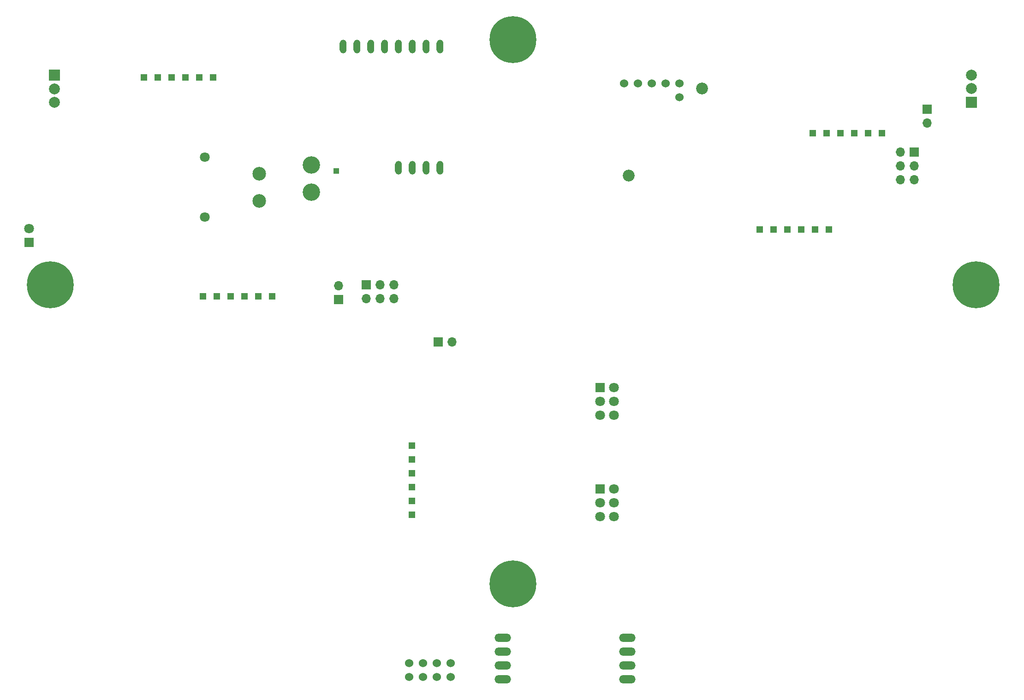
<source format=gbs>
%TF.GenerationSoftware,KiCad,Pcbnew,8.0.3*%
%TF.CreationDate,2024-07-01T16:21:36+02:00*%
%TF.ProjectId,bottomPCB,626f7474-6f6d-4504-9342-2e6b69636164,rev?*%
%TF.SameCoordinates,Original*%
%TF.FileFunction,Soldermask,Bot*%
%TF.FilePolarity,Negative*%
%FSLAX46Y46*%
G04 Gerber Fmt 4.6, Leading zero omitted, Abs format (unit mm)*
G04 Created by KiCad (PCBNEW 8.0.3) date 2024-07-01 16:21:36*
%MOMM*%
%LPD*%
G01*
G04 APERTURE LIST*
%ADD10R,1.308000X1.308000*%
%ADD11C,8.600000*%
%ADD12O,3.016000X1.508000*%
%ADD13R,1.700000X1.700000*%
%ADD14O,1.700000X1.700000*%
%ADD15R,2.000000X2.000000*%
%ADD16C,2.000000*%
%ADD17C,3.200000*%
%ADD18C,2.180000*%
%ADD19C,1.530000*%
%ADD20R,1.800000X1.800000*%
%ADD21C,1.800000*%
%ADD22O,1.270000X2.540000*%
%ADD23R,1.108000X1.108000*%
%ADD24C,2.500000*%
%ADD25C,1.524003*%
G04 APERTURE END LIST*
D10*
%TO.C,ESCON-V4*%
X-47574800Y13121400D03*
X-50114800Y13121400D03*
X-52654800Y13121400D03*
X-55194800Y13121400D03*
X-45034800Y13121400D03*
X-57734800Y13121400D03*
%TD*%
D11*
%TO.C,H2*%
X-75000000Y-25000000D03*
%TD*%
D12*
%TO.C,Taster_LED1*%
X8070000Y-89865000D03*
X8070000Y-92405000D03*
X8070000Y-94945000D03*
X8070000Y-97485000D03*
X30930000Y-97485000D03*
X30930000Y-94945000D03*
X30930000Y-92405000D03*
X30930000Y-89865000D03*
%TD*%
D13*
%TO.C,J4*%
X83600000Y-600000D03*
D14*
X81060000Y-600000D03*
X83600000Y-3140000D03*
X81060000Y-3140000D03*
X83600000Y-5679999D03*
X81060000Y-5680000D03*
%TD*%
D11*
%TO.C,H1*%
X10000000Y20000000D03*
%TD*%
%TO.C,H3*%
X95000000Y-25000000D03*
%TD*%
D10*
%TO.C,ESCON-V3*%
X-44425200Y-27121400D03*
X-41885200Y-27121400D03*
X-39345200Y-27121400D03*
X-36805200Y-27121400D03*
X-46965200Y-27121400D03*
X-34265200Y-27121400D03*
%TD*%
D15*
%TO.C,A1*%
X-74156503Y13470003D03*
D16*
X-74156503Y10970003D03*
X-74156503Y8470003D03*
%TD*%
D10*
%TO.C,ESCON-V2*%
X65425200Y-14878600D03*
X62885200Y-14878600D03*
X60345200Y-14878600D03*
X57805200Y-14878600D03*
X67965200Y-14878600D03*
X55265200Y-14878600D03*
%TD*%
%TO.C,ESCON-V1*%
X67574800Y2878600D03*
X70114800Y2878600D03*
X72654800Y2878600D03*
X75194800Y2878600D03*
X65034800Y2878600D03*
X77734800Y2878600D03*
%TD*%
%TO.C,ESCON-V5*%
X-8621400Y-57074800D03*
X-8621400Y-59614800D03*
X-8621400Y-62154800D03*
X-8621400Y-64694800D03*
X-8621400Y-54534800D03*
X-8621400Y-67234800D03*
%TD*%
D17*
%TO.C,CN2*%
X-27000000Y-3000000D03*
X-27000000Y-8000000D03*
%TD*%
D13*
%TO.C,LB-S1*%
X-22025000Y-27750000D03*
D14*
X-22025000Y-25210000D03*
%TD*%
D18*
%TO.C,D36V28FX1*%
X44670000Y11070000D03*
X31170000Y-4930000D03*
D19*
X40500000Y9460000D03*
X40500000Y12000000D03*
X37960000Y12000000D03*
X35420000Y12000000D03*
X32880000Y12000000D03*
X30340000Y12000000D03*
%TD*%
D13*
%TO.C,J3*%
X-3750000Y-35475000D03*
D14*
X-1210000Y-35475000D03*
%TD*%
D15*
%TO.C,A2*%
X94156504Y8529997D03*
D16*
X94156504Y11029997D03*
X94156504Y13529997D03*
%TD*%
D13*
%TO.C,J2*%
X-17000000Y-25000000D03*
D14*
X-17000000Y-27540000D03*
X-14460000Y-25000000D03*
X-14460000Y-27540000D03*
X-11920001Y-25000000D03*
X-11920000Y-27540000D03*
%TD*%
D20*
%TO.C,C-Big1*%
X-78813500Y-17270003D03*
D21*
X-78813500Y-14729997D03*
%TD*%
D13*
%TO.C,LB-L1*%
X86025000Y7250000D03*
D14*
X86025000Y4710000D03*
%TD*%
D22*
%TO.C,Kicker1*%
X-21177750Y18713750D03*
X-18637750Y18713750D03*
X-16097750Y18713750D03*
X-13557750Y18713750D03*
X-11017750Y18713750D03*
X-8477750Y18713750D03*
X-5937750Y18713750D03*
X-3397750Y18713750D03*
D23*
X-22447750Y-4146250D03*
D22*
X-11017750Y-3511250D03*
X-8477750Y-3511250D03*
X-5937749Y-3511250D03*
X-3397750Y-3511250D03*
%TD*%
D24*
%TO.C,U3*%
X-36600000Y-4600000D03*
X-36600000Y-9600000D03*
D21*
X-46600000Y-12600000D03*
X-46600000Y-1600000D03*
%TD*%
D25*
%TO.C,Prog.1*%
X-1500000Y-94500000D03*
X-1500000Y-97040006D03*
X-4040005Y-94499999D03*
X-4040004Y-97040006D03*
X-6580012Y-94500000D03*
X-6580011Y-97040007D03*
X-9120016Y-94500000D03*
X-9120016Y-97040006D03*
%TD*%
D20*
%TO.C,I2C2*%
X25959994Y-62500000D03*
D21*
X28500000Y-62500000D03*
X25959994Y-65040005D03*
X28500000Y-65040005D03*
X25959994Y-67580010D03*
X28500000Y-67580010D03*
%TD*%
D20*
%TO.C,I2C1*%
X25959994Y-43919990D03*
D21*
X28500000Y-43919990D03*
X25959994Y-46459995D03*
X28500000Y-46459995D03*
X25959994Y-49000000D03*
X28500000Y-49000000D03*
%TD*%
D11*
%TO.C,H4*%
X10000000Y-80000000D03*
%TD*%
M02*

</source>
